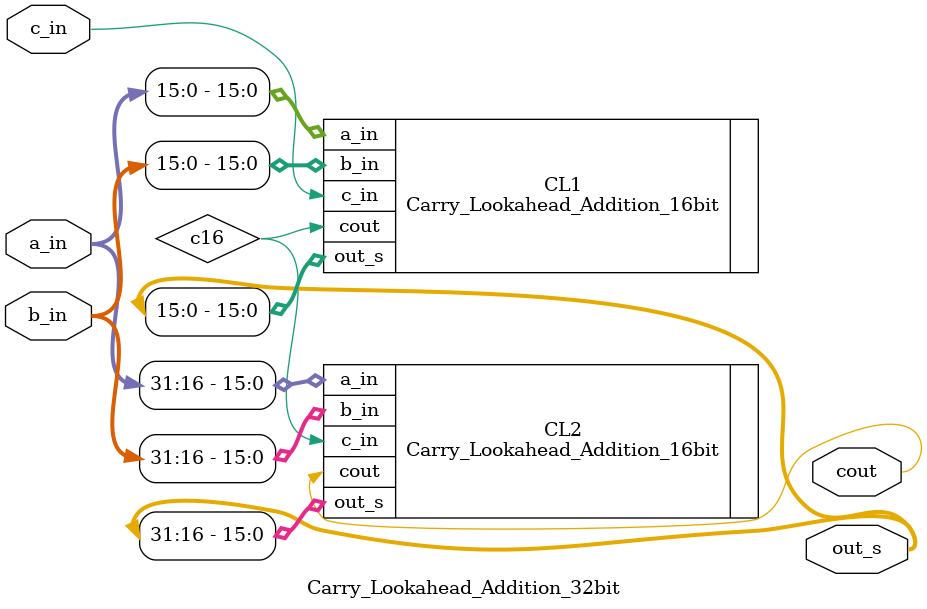
<source format=v>
module Carry_Lookahead_Addition_32bit(a_in,b_in,c_in,cout,out_s);
    input [31:0]a_in;
    input [31:0]b_in;
    input c_in;
    output [31:0]out_s;
    output cout;
    wire c16;


    Carry_Lookahead_Addition_16bit CL1(.a_in(a_in[15:0]),.b_in(b_in[15:0]),.c_in(c_in),.cout(c16),.out_s(out_s[15:0]));
    Carry_Lookahead_Addition_16bit CL2(.a_in(a_in[31:16]),.b_in(b_in[31:16]),.c_in(c16),.cout(cout),.out_s(out_s[31:16]));
endmodule





</source>
